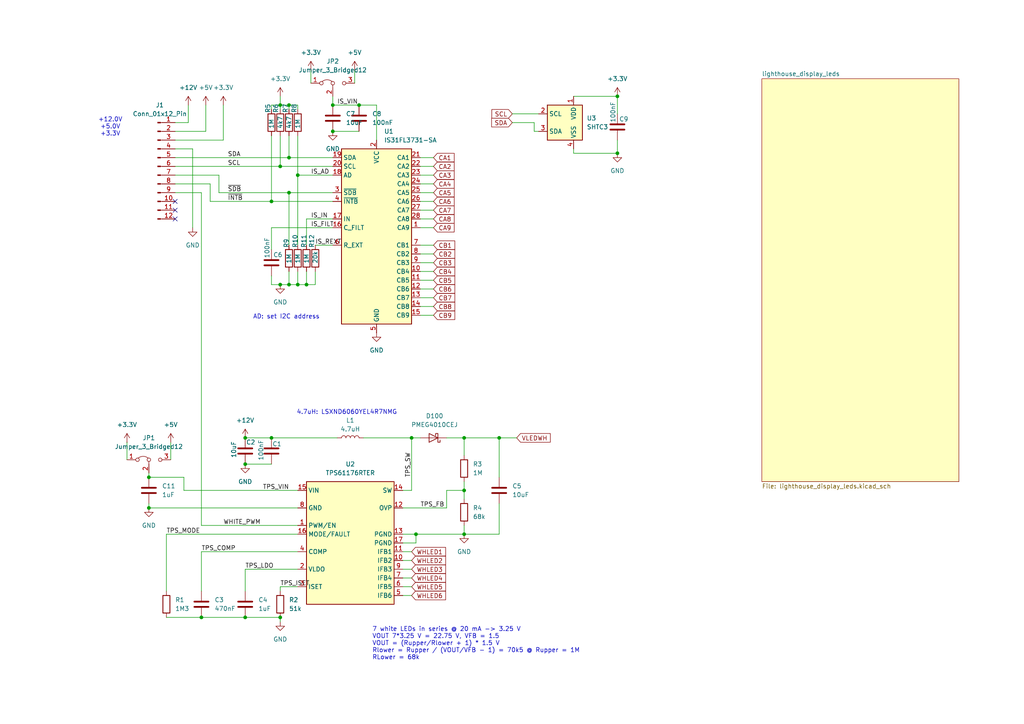
<source format=kicad_sch>
(kicad_sch (version 20231120) (generator "eeschema") (generator_version "8.0")
  (paper "A4")
  (lib_symbols
    (symbol "Connector:Conn_01x12_Pin" (pin_names (offset 1.016) hide)
      (property "Reference" "J" (at 0 15.24 0))
      (property "Value" "Conn_01x12_Pin" (at 0 -17.78 0))
      (symbol "Conn_01x12_Pin_1_1"
        (polyline (pts (xy 1.27 -15.24) (xy 0.8636 -15.24)) (stroke (width 0.1524)))
        (polyline (pts (xy 1.27 -12.7) (xy 0.8636 -12.7)) (stroke (width 0.1524)))
        (polyline (pts (xy 1.27 -10.16) (xy 0.8636 -10.16)) (stroke (width 0.1524)))
        (polyline (pts (xy 1.27 -7.62) (xy 0.8636 -7.62)) (stroke (width 0.1524)))
        (polyline (pts (xy 1.27 -5.08) (xy 0.8636 -5.08)) (stroke (width 0.1524)))
        (polyline (pts (xy 1.27 -2.54) (xy 0.8636 -2.54)) (stroke (width 0.1524)))
        (polyline (pts (xy 1.27 0) (xy 0.8636 0)) (stroke (width 0.1524)))
        (polyline (pts (xy 1.27 2.54) (xy 0.8636 2.54)) (stroke (width 0.1524)))
        (polyline (pts (xy 1.27 5.08) (xy 0.8636 5.08)) (stroke (width 0.1524)))
        (polyline (pts (xy 1.27 7.62) (xy 0.8636 7.62)) (stroke (width 0.1524)))
        (polyline (pts (xy 1.27 10.16) (xy 0.8636 10.16)) (stroke (width 0.1524)))
        (polyline (pts (xy 1.27 12.7) (xy 0.8636 12.7)) (stroke (width 0.1524)))
        (rectangle (start 0.8636 -15.113) (end 0 -15.367) (stroke (width 0.1524)) (fill (type outline)))
        (rectangle (start 0.8636 -12.573) (end 0 -12.827) (stroke (width 0.1524)) (fill (type outline)))
        (rectangle (start 0.8636 -10.033) (end 0 -10.287) (stroke (width 0.1524)) (fill (type outline)))
        (rectangle (start 0.8636 -7.493) (end 0 -7.747) (stroke (width 0.1524)) (fill (type outline)))
        (rectangle (start 0.8636 -4.953) (end 0 -5.207) (stroke (width 0.1524)) (fill (type outline)))
        (rectangle (start 0.8636 -2.413) (end 0 -2.667) (stroke (width 0.1524)) (fill (type outline)))
        (rectangle (start 0.8636 0.127) (end 0 -0.127) (stroke (width 0.1524)) (fill (type outline)))
        (rectangle (start 0.8636 2.667) (end 0 2.413) (stroke (width 0.1524)) (fill (type outline)))
        (rectangle (start 0.8636 5.207) (end 0 4.953) (stroke (width 0.1524)) (fill (type outline)))
        (rectangle (start 0.8636 7.747) (end 0 7.493) (stroke (width 0.1524)) (fill (type outline)))
        (rectangle (start 0.8636 10.287) (end 0 10.033) (stroke (width 0.1524)) (fill (type outline)))
        (rectangle (start 0.8636 12.827) (end 0 12.573) (stroke (width 0.1524)) (fill (type outline)))
        (pin passive line (at 5.08 12.7 180) (length 3.81) (name "Pin_1") (number "1"))
        (pin passive line (at 5.08 -10.16 180) (length 3.81) (name "Pin_10") (number "10"))
        (pin passive line (at 5.08 -12.7 180) (length 3.81) (name "Pin_11") (number "11"))
        (pin passive line (at 5.08 -15.24 180) (length 3.81) (name "Pin_12") (number "12"))
        (pin passive line (at 5.08 10.16 180) (length 3.81) (name "Pin_2") (number "2"))
        (pin passive line (at 5.08 7.62 180) (length 3.81) (name "Pin_3") (number "3"))
        (pin passive line (at 5.08 5.08 180) (length 3.81) (name "Pin_4") (number "4"))
        (pin passive line (at 5.08 2.54 180) (length 3.81) (name "Pin_5") (number "5"))
        (pin passive line (at 5.08 0 180) (length 3.81) (name "Pin_6") (number "6"))
        (pin passive line (at 5.08 -2.54 180) (length 3.81) (name "Pin_7") (number "7"))
        (pin passive line (at 5.08 -5.08 180) (length 3.81) (name "Pin_8") (number "8"))
        (pin passive line (at 5.08 -7.62 180) (length 3.81) (name "Pin_9") (number "9"))
      )
    )
    (symbol "Device:C" (pin_numbers hide) (pin_names (offset 0.254))
      (property "Reference" "C" (at 0.635 2.54 0))
      (property "Value" "C" (at 0.635 -2.54 0))
      (symbol "C_0_1"
        (polyline (pts (xy -2.032 -0.762) (xy 2.032 -0.762)) (stroke (width 0.508)))
        (polyline (pts (xy -2.032 0.762) (xy 2.032 0.762)) (stroke (width 0.508)))
      )
      (symbol "C_1_1"
        (pin passive line (at 0 3.81 270) (length 2.794) (name "~") (number "1"))
        (pin passive line (at 0 -3.81 90) (length 2.794) (name "~") (number "2"))
      )
    )
    (symbol "Device:L" (pin_numbers hide) (pin_names (offset 1.016) hide)
      (property "Reference" "L" (at -1.27 0 90))
      (property "Value" "L" (at 1.905 0 90))
      (symbol "L_0_1"
        (arc (start 0 -2.54) (mid 0.6323 -1.905) (end 0 -1.27))
        (arc (start 0 -1.27) (mid 0.6323 -0.635) (end 0 0))
        (arc (start 0 0) (mid 0.6323 0.635) (end 0 1.27))
        (arc (start 0 1.27) (mid 0.6323 1.905) (end 0 2.54))
      )
      (symbol "L_1_1"
        (pin passive line (at 0 3.81 270) (length 1.27) (name "1") (number "1"))
        (pin passive line (at 0 -3.81 90) (length 1.27) (name "2") (number "2"))
      )
    )
    (symbol "Device:R" (pin_numbers hide) (pin_names (offset 0))
      (property "Reference" "R" (at 2.032 0 90))
      (property "Value" "R" (at 0 0 90))
      (symbol "R_0_1"
        (rectangle (start -1.016 -2.54) (end 1.016 2.54) (stroke (width 0.254)))
      )
      (symbol "R_1_1"
        (pin passive line (at 0 3.81 270) (length 1.27) (name "~") (number "1"))
        (pin passive line (at 0 -3.81 90) (length 1.27) (name "~") (number "2"))
      )
    )
    (symbol "Diode:PMEG4010CEJ" (pin_numbers hide) (pin_names hide)
      (property "Reference" "D" (at 0 2.54 0))
      (property "Value" "PMEG4010CEJ" (at 0 -2.54 0))
      (symbol "PMEG4010CEJ_0_1"
        (polyline (pts (xy 1.27 0) (xy -1.27 0)))
        (polyline (pts (xy 1.27 1.27) (xy 1.27 -1.27) (xy -1.27 0) (xy 1.27 1.27)) (stroke (width 0.2032)))
        (polyline (pts (xy -1.905 0.635) (xy -1.905 1.27) (xy -1.27 1.27) (xy -1.27 -1.27) (xy -0.635 -1.27) (xy -0.635 -0.635)) (stroke (width 0.2032)))
      )
      (symbol "PMEG4010CEJ_1_1"
        (pin passive line (at -3.81 0 0) (length 2.54) (name "K") (number "1"))
        (pin passive line (at 3.81 0 180) (length 2.54) (name "A") (number "2"))
      )
    )
    (symbol "Driver_LED:IS31FL3731-SA"
      (property "Reference" "U" (at -10.16 26.035 0))
      (property "Value" "IS31FL3731-SA" (at 2.54 -26.035 0))
      (symbol "IS31FL3731-SA_0_1"
        (rectangle (start -10.16 25.4) (end 10.16 -25.4) (stroke (width 0.254)) (fill (type background)))
      )
      (symbol "IS31FL3731-SA_1_1"
        (pin bidirectional line (at 12.7 2.54 180) (length 2.54) (name "CA9") (number "1"))
        (pin bidirectional line (at 12.7 -10.16 180) (length 2.54) (name "CB4") (number "10"))
        (pin bidirectional line (at 12.7 -12.7 180) (length 2.54) (name "CB5") (number "11"))
        (pin bidirectional line (at 12.7 -15.24 180) (length 2.54) (name "CB6") (number "12"))
        (pin bidirectional line (at 12.7 -17.78 180) (length 2.54) (name "CB7") (number "13"))
        (pin bidirectional line (at 12.7 -20.32 180) (length 2.54) (name "CB8") (number "14"))
        (pin bidirectional line (at 12.7 -22.86 180) (length 2.54) (name "CB9") (number "15"))
        (pin passive line (at -12.7 2.54 0) (length 2.54) (name "C_FILT") (number "16"))
        (pin input line (at -12.7 5.08 0) (length 2.54) (name "IN") (number "17"))
        (pin input line (at -12.7 17.78 0) (length 2.54) (name "AD") (number "18"))
        (pin bidirectional line (at -12.7 22.86 0) (length 2.54) (name "SDA") (number "19"))
        (pin power_in line (at 0 27.94 270) (length 2.54) (name "VCC") (number "2"))
        (pin input line (at -12.7 20.32 0) (length 2.54) (name "SCL") (number "20"))
        (pin bidirectional line (at 12.7 22.86 180) (length 2.54) (name "CA1") (number "21"))
        (pin bidirectional line (at 12.7 20.32 180) (length 2.54) (name "CA2") (number "22"))
        (pin bidirectional line (at 12.7 17.78 180) (length 2.54) (name "CA3") (number "23"))
        (pin bidirectional line (at 12.7 15.24 180) (length 2.54) (name "CA4") (number "24"))
        (pin bidirectional line (at 12.7 12.7 180) (length 2.54) (name "CA5") (number "25"))
        (pin bidirectional line (at 12.7 10.16 180) (length 2.54) (name "CA6") (number "26"))
        (pin bidirectional line (at 12.7 7.62 180) (length 2.54) (name "CA7") (number "27"))
        (pin bidirectional line (at 12.7 5.08 180) (length 2.54) (name "CA8") (number "28"))
        (pin input line (at -12.7 12.7 0) (length 2.54) (name "~{SDB}") (number "3"))
        (pin open_collector line (at -12.7 10.16 0) (length 2.54) (name "~{INTB}") (number "4"))
        (pin power_in line (at 0 -27.94 90) (length 2.54) (name "GND") (number "5"))
        (pin passive line (at -12.7 -2.54 0) (length 2.54) (name "R_EXT") (number "6"))
        (pin bidirectional line (at 12.7 -2.54 180) (length 2.54) (name "CB1") (number "7"))
        (pin bidirectional line (at 12.7 -5.08 180) (length 2.54) (name "CB2") (number "8"))
        (pin bidirectional line (at 12.7 -7.62 180) (length 2.54) (name "CB3") (number "9"))
      )
    )
    (symbol "Jumper:Jumper_3_Bridged12" (pin_names (offset 0) hide) (exclude_from_sim yes) (in_bom no)
      (property "Reference" "JP" (at -2.54 -2.54 0))
      (property "Value" "Jumper_3_Bridged12" (at 0 2.794 0))
      (symbol "Jumper_3_Bridged12_0_0"
        (circle (center -3.302 0) (radius 0.508))
        (circle (center 0 0) (radius 0.508))
        (circle (center 3.302 0) (radius 0.508))
      )
      (symbol "Jumper_3_Bridged12_0_1"
        (arc (start -0.254 0.508) (mid -1.651 0.9912) (end -3.048 0.508))
        (polyline (pts (xy 0 -1.27) (xy 0 -0.508)))
      )
      (symbol "Jumper_3_Bridged12_1_1"
        (pin passive line (at -6.35 0 0) (length 2.54) (name "A") (number "1"))
        (pin passive line (at 0 -3.81 90) (length 2.54) (name "C") (number "2"))
        (pin passive line (at 6.35 0 180) (length 2.54) (name "B") (number "3"))
      )
    )
    (symbol "Sensor_Humidity:SHTC3"
      (property "Reference" "U" (at -3.81 6.35 0))
      (property "Value" "SHTC3" (at -2.54 -6.35 0))
      (symbol "SHTC3_1_1"
        (rectangle (start -5.08 5.08) (end 5.08 -5.08) (stroke (width 0.254)) (fill (type background)))
        (pin power_in line (at 2.54 7.62 270) (length 2.54) (name "VDD") (number "1"))
        (pin input line (at -7.62 2.54 0) (length 2.54) (name "SCL") (number "2"))
        (pin bidirectional line (at -7.62 -2.54 0) (length 2.54) (name "SDA") (number "3"))
        (pin power_in line (at 2.54 -7.62 90) (length 2.54) (name "VSS") (number "4"))
        (pin no_connect line (at 5.08 0 180) (length 2.54) hide (name "NC") (number "5"))
      )
    )
    (symbol "lighthouse:TPS61176RTER"
      (property "Reference" "U" (at 0 17.78 0))
      (property "Value" "TPS61176RTER" (at 0 -22.86 0))
      (symbol "TPS61176RTER_1_1"
        (rectangle (start -12.7 15.24) (end 12.7 -20.32) (stroke (width 0.254) (color 132 0 0 1)) (fill (type background)))
        (pin input line (at -15.24 2.54 0) (length 2.54) (name "PWM/EN") (number "1"))
        (pin input line (at 15.24 -7.62 180) (length 2.54) (name "IFB2") (number "10"))
        (pin input line (at 15.24 -5.08 180) (length 2.54) (name "IFB1") (number "11"))
        (pin input line (at 15.24 7.62 180) (length 2.54) (name "OVP") (number "12"))
        (pin input line (at 15.24 0 180) (length 2.54) (name "PGND") (number "13"))
        (pin input line (at 15.24 12.7 180) (length 2.54) (name "SW") (number "14"))
        (pin input line (at -15.24 12.7 0) (length 2.54) (name "VIN") (number "15"))
        (pin input line (at -15.24 0 0) (length 2.54) (name "MODE/FAULT") (number "16"))
        (pin input line (at 15.24 -2.54 180) (length 2.54) (name "PGND") (number "17"))
        (pin input line (at -15.24 -10.16 0) (length 2.54) (name "VLDO") (number "2"))
        (pin input line (at -15.24 -15.24 0) (length 2.54) (name "ISET") (number "3"))
        (pin input line (at -15.24 -5.08 0) (length 2.54) (name "COMP") (number "4"))
        (pin input line (at 15.24 -17.78 180) (length 2.54) (name "IFB6") (number "5"))
        (pin input line (at 15.24 -15.24 180) (length 2.54) (name "IFB5") (number "6"))
        (pin input line (at 15.24 -12.7 180) (length 2.54) (name "IFB4") (number "7"))
        (pin input line (at -15.24 7.62 0) (length 2.54) (name "GND") (number "8"))
        (pin input line (at 15.24 -10.16 180) (length 2.54) (name "IFB3") (number "9"))
      )
    )
    (symbol "power:+12V" (power) (pin_numbers hide) (pin_names (offset 0) hide)
      (property "Value" "+12V" (at 0 3.556 0))
      (symbol "+12V_0_1"
        (polyline (pts (xy -0.762 1.27) (xy 0 2.54)))
        (polyline (pts (xy 0 0) (xy 0 2.54)))
        (polyline (pts (xy 0 2.54) (xy 0.762 1.27)))
      )
      (symbol "+12V_1_1"
        (pin power_in line (at 0 0 90) (length 0) (name "~") (number "1"))
      )
    )
    (symbol "power:+3.3V" (power) (pin_numbers hide) (pin_names (offset 0) hide)
      (property "Value" "+3.3V" (at 0 3.556 0))
      (symbol "+3.3V_0_1"
        (polyline (pts (xy -0.762 1.27) (xy 0 2.54)))
        (polyline (pts (xy 0 0) (xy 0 2.54)))
        (polyline (pts (xy 0 2.54) (xy 0.762 1.27)))
      )
      (symbol "+3.3V_1_1"
        (pin power_in line (at 0 0 90) (length 0) (name "~") (number "1"))
      )
    )
    (symbol "power:+5V" (power) (pin_numbers hide) (pin_names (offset 0) hide)
      (property "Value" "+5V" (at 0 3.556 0))
      (symbol "+5V_0_1"
        (polyline (pts (xy -0.762 1.27) (xy 0 2.54)))
        (polyline (pts (xy 0 0) (xy 0 2.54)))
        (polyline (pts (xy 0 2.54) (xy 0.762 1.27)))
      )
      (symbol "+5V_1_1"
        (pin power_in line (at 0 0 90) (length 0) (name "~") (number "1"))
      )
    )
    (symbol "power:GND" (power) (pin_numbers hide) (pin_names (offset 0) hide)
      (property "Value" "GND" (at 0 -3.81 0))
      (symbol "GND_0_1"
        (polyline (pts (xy 0 0) (xy 0 -1.27) (xy 1.27 -1.27) (xy 0 -2.54) (xy -1.27 -1.27) (xy 0 -1.27)))
      )
      (symbol "GND_1_1"
        (pin power_in line (at 0 0 270) (length 0) (name "~") (number "1"))
      )
    )
  )
  (junction (at 43.18 138.43))
  (junction (at 71.12 134.62))
  (junction (at 88.9 82.55))
  (junction (at 134.62 127))
  (junction (at 120.65 154.94))
  (junction (at 78.74 127))
  (junction (at 119.38 127))
  (junction (at 81.28 48.26))
  (junction (at 71.12 179.07))
  (junction (at 86.36 50.8))
  (junction (at 81.28 30.48))
  (junction (at 81.28 179.07))
  (junction (at 96.52 30.48))
  (junction (at 83.82 82.55))
  (junction (at 179.07 44.45))
  (junction (at 179.07 27.94))
  (junction (at 81.28 82.55))
  (junction (at 134.62 142.24))
  (junction (at 144.78 127))
  (junction (at 83.82 55.88))
  (junction (at 104.14 30.48))
  (junction (at 134.62 154.94))
  (junction (at 43.18 147.32))
  (junction (at 83.82 30.48))
  (junction (at 58.42 179.07))
  (junction (at 86.36 82.55))
  (junction (at 83.82 45.72))
  (junction (at 71.12 127))
  (junction (at 78.74 58.42))
  (junction (at 96.52 38.1))
  (no_connect (at 50.8 60.96))
  (no_connect (at 50.8 63.5))
  (no_connect (at 50.8 58.42))
  (wire (pts (xy 166.37 27.94) (xy 179.07 27.94)))
  (wire (pts (xy 116.84 157.48) (xy 120.65 157.48)))
  (wire (pts (xy 86.36 50.8) (xy 96.52 50.8)))
  (wire (pts (xy 71.12 179.07) (xy 81.28 179.07)))
  (wire (pts (xy 86.36 170.18) (xy 81.28 170.18)))
  (wire (pts (xy 78.74 66.04) (xy 96.52 66.04)))
  (wire (pts (xy 71.12 127) (xy 78.74 127)))
  (wire (pts (xy 83.82 45.72) (xy 83.82 39.37)))
  (wire (pts (xy 91.44 71.12) (xy 96.52 71.12)))
  (wire (pts (xy 121.92 86.36) (xy 125.73 86.36)))
  (wire (pts (xy 109.22 40.64) (xy 109.22 30.48)))
  (wire (pts (xy 58.42 160.02) (xy 58.42 171.45)))
  (wire (pts (xy 134.62 127) (xy 134.62 132.08)))
  (wire (pts (xy 78.74 127) (xy 97.79 127)))
  (wire (pts (xy 96.52 38.1) (xy 104.14 38.1)))
  (wire (pts (xy 81.28 30.48) (xy 81.28 31.75)))
  (wire (pts (xy 121.92 76.2) (xy 125.73 76.2)))
  (wire (pts (xy 81.28 27.94) (xy 81.28 30.48)))
  (wire (pts (xy 116.84 142.24) (xy 119.38 142.24)))
  (wire (pts (xy 43.18 147.32) (xy 86.36 147.32)))
  (wire (pts (xy 121.92 88.9) (xy 125.73 88.9)))
  (wire (pts (xy 144.78 146.05) (xy 144.78 154.94)))
  (wire (pts (xy 116.84 167.64) (xy 119.38 167.64)))
  (wire (pts (xy 88.9 82.55) (xy 91.44 82.55)))
  (wire (pts (xy 50.8 38.1) (xy 59.69 38.1)))
  (wire (pts (xy 71.12 165.1) (xy 71.12 171.45)))
  (wire (pts (xy 63.5 50.8) (xy 50.8 50.8)))
  (wire (pts (xy 144.78 127) (xy 149.86 127)))
  (wire (pts (xy 81.28 39.37) (xy 81.28 48.26)))
  (wire (pts (xy 116.84 154.94) (xy 120.65 154.94)))
  (wire (pts (xy 91.44 78.74) (xy 91.44 82.55)))
  (wire (pts (xy 179.07 27.94) (xy 179.07 33.02)))
  (wire (pts (xy 63.5 55.88) (xy 83.82 55.88)))
  (wire (pts (xy 116.84 165.1) (xy 119.38 165.1)))
  (wire (pts (xy 121.92 60.96) (xy 125.73 60.96)))
  (wire (pts (xy 134.62 152.4) (xy 134.62 154.94)))
  (wire (pts (xy 83.82 55.88) (xy 96.52 55.88)))
  (wire (pts (xy 86.36 39.37) (xy 86.36 50.8)))
  (wire (pts (xy 86.36 160.02) (xy 58.42 160.02)))
  (wire (pts (xy 50.8 35.56) (xy 54.61 35.56)))
  (wire (pts (xy 81.28 170.18) (xy 81.28 171.45)))
  (wire (pts (xy 78.74 30.48) (xy 81.28 30.48)))
  (wire (pts (xy 120.65 154.94) (xy 134.62 154.94)))
  (wire (pts (xy 58.42 179.07) (xy 71.12 179.07)))
  (wire (pts (xy 134.62 142.24) (xy 134.62 139.7)))
  (wire (pts (xy 60.96 58.42) (xy 78.74 58.42)))
  (wire (pts (xy 96.52 30.48) (xy 104.14 30.48)))
  (wire (pts (xy 121.92 55.88) (xy 125.73 55.88)))
  (wire (pts (xy 53.34 138.43) (xy 43.18 138.43)))
  (wire (pts (xy 58.42 55.88) (xy 50.8 55.88)))
  (wire (pts (xy 96.52 63.5) (xy 88.9 63.5)))
  (wire (pts (xy 64.77 30.48) (xy 64.77 40.64)))
  (wire (pts (xy 116.84 172.72) (xy 119.38 172.72)))
  (wire (pts (xy 116.84 160.02) (xy 119.38 160.02)))
  (wire (pts (xy 83.82 30.48) (xy 83.82 31.75)))
  (wire (pts (xy 78.74 80.01) (xy 78.74 82.55)))
  (wire (pts (xy 148.59 35.56) (xy 154.94 35.56)))
  (wire (pts (xy 134.62 154.94) (xy 144.78 154.94)))
  (wire (pts (xy 83.82 82.55) (xy 86.36 82.55)))
  (wire (pts (xy 53.34 142.24) (xy 53.34 138.43)))
  (wire (pts (xy 90.17 20.32) (xy 90.17 24.13)))
  (wire (pts (xy 50.8 48.26) (xy 81.28 48.26)))
  (wire (pts (xy 129.54 147.32) (xy 129.54 142.24)))
  (wire (pts (xy 81.28 82.55) (xy 83.82 82.55)))
  (wire (pts (xy 71.12 134.62) (xy 78.74 134.62)))
  (wire (pts (xy 121.92 48.26) (xy 125.73 48.26)))
  (wire (pts (xy 53.34 142.24) (xy 86.36 142.24)))
  (wire (pts (xy 86.36 31.75) (xy 86.36 30.48)))
  (wire (pts (xy 144.78 138.43) (xy 144.78 127)))
  (wire (pts (xy 63.5 55.88) (xy 63.5 50.8)))
  (wire (pts (xy 59.69 38.1) (xy 59.69 30.48)))
  (wire (pts (xy 58.42 152.4) (xy 58.42 55.88)))
  (wire (pts (xy 129.54 142.24) (xy 134.62 142.24)))
  (wire (pts (xy 121.92 53.34) (xy 125.73 53.34)))
  (wire (pts (xy 54.61 30.48) (xy 54.61 35.56)))
  (wire (pts (xy 86.36 50.8) (xy 86.36 71.12)))
  (wire (pts (xy 48.26 154.94) (xy 48.26 171.45)))
  (wire (pts (xy 121.92 63.5) (xy 125.73 63.5)))
  (wire (pts (xy 121.92 71.12) (xy 125.73 71.12)))
  (wire (pts (xy 78.74 39.37) (xy 78.74 58.42)))
  (wire (pts (xy 43.18 146.05) (xy 43.18 147.32)))
  (wire (pts (xy 50.8 45.72) (xy 83.82 45.72)))
  (wire (pts (xy 179.07 40.64) (xy 179.07 44.45)))
  (wire (pts (xy 48.26 179.07) (xy 58.42 179.07)))
  (wire (pts (xy 129.54 127) (xy 134.62 127)))
  (wire (pts (xy 179.07 44.45) (xy 166.37 44.45)))
  (wire (pts (xy 116.84 170.18) (xy 119.38 170.18)))
  (wire (pts (xy 121.92 73.66) (xy 125.73 73.66)))
  (wire (pts (xy 121.92 58.42) (xy 125.73 58.42)))
  (wire (pts (xy 119.38 127) (xy 121.92 127)))
  (wire (pts (xy 120.65 154.94) (xy 120.65 157.48)))
  (wire (pts (xy 78.74 58.42) (xy 96.52 58.42)))
  (wire (pts (xy 83.82 45.72) (xy 96.52 45.72)))
  (wire (pts (xy 96.52 48.26) (xy 81.28 48.26)))
  (wire (pts (xy 78.74 82.55) (xy 81.28 82.55)))
  (wire (pts (xy 81.28 30.48) (xy 83.82 30.48)))
  (wire (pts (xy 116.84 147.32) (xy 129.54 147.32)))
  (wire (pts (xy 60.96 53.34) (xy 60.96 58.42)))
  (wire (pts (xy 156.21 33.02) (xy 148.59 33.02)))
  (wire (pts (xy 50.8 53.34) (xy 60.96 53.34)))
  (wire (pts (xy 88.9 78.74) (xy 88.9 82.55)))
  (wire (pts (xy 55.88 43.18) (xy 55.88 66.04)))
  (wire (pts (xy 121.92 45.72) (xy 125.73 45.72)))
  (wire (pts (xy 109.22 30.48) (xy 104.14 30.48)))
  (wire (pts (xy 144.78 127) (xy 134.62 127)))
  (wire (pts (xy 58.42 152.4) (xy 86.36 152.4)))
  (wire (pts (xy 49.53 128.27) (xy 49.53 133.35)))
  (wire (pts (xy 102.87 20.32) (xy 102.87 24.13)))
  (wire (pts (xy 96.52 27.94) (xy 96.52 30.48)))
  (wire (pts (xy 36.83 128.27) (xy 36.83 133.35)))
  (wire (pts (xy 121.92 83.82) (xy 125.73 83.82)))
  (wire (pts (xy 88.9 63.5) (xy 88.9 71.12)))
  (wire (pts (xy 86.36 154.94) (xy 48.26 154.94)))
  (wire (pts (xy 121.92 66.04) (xy 125.73 66.04)))
  (wire (pts (xy 121.92 81.28) (xy 125.73 81.28)))
  (wire (pts (xy 81.28 179.07) (xy 81.28 180.34)))
  (wire (pts (xy 83.82 55.88) (xy 83.82 71.12)))
  (wire (pts (xy 50.8 43.18) (xy 55.88 43.18)))
  (wire (pts (xy 83.82 30.48) (xy 86.36 30.48)))
  (wire (pts (xy 78.74 31.75) (xy 78.74 30.48)))
  (wire (pts (xy 86.36 165.1) (xy 71.12 165.1)))
  (wire (pts (xy 43.18 137.16) (xy 43.18 138.43)))
  (wire (pts (xy 154.94 38.1) (xy 156.21 38.1)))
  (wire (pts (xy 125.73 91.44) (xy 121.92 91.44)))
  (wire (pts (xy 119.38 127) (xy 119.38 142.24)))
  (wire (pts (xy 116.84 162.56) (xy 119.38 162.56)))
  (wire (pts (xy 86.36 82.55) (xy 88.9 82.55)))
  (wire (pts (xy 134.62 144.78) (xy 134.62 142.24)))
  (wire (pts (xy 78.74 72.39) (xy 78.74 66.04)))
  (wire (pts (xy 121.92 50.8) (xy 125.73 50.8)))
  (wire (pts (xy 154.94 35.56) (xy 154.94 38.1)))
  (wire (pts (xy 86.36 78.74) (xy 86.36 82.55)))
  (wire (pts (xy 83.82 78.74) (xy 83.82 82.55)))
  (wire (pts (xy 121.92 78.74) (xy 125.73 78.74)))
  (wire (pts (xy 64.77 40.64) (xy 50.8 40.64)))
  (wire (pts (xy 105.41 127) (xy 119.38 127)))
  (wire (pts (xy 166.37 44.45) (xy 166.37 43.18)))
  (text "AD: set I2C address" (at 83.058 91.948 0) (effects (font (size 1.27 1.27))))
  (text "4.7uH: LSXND6060YEL4R7NMG " (at 101.092 119.634 0) (effects (font (size 1.27 1.27))))
  (text "7 white LEDs in series @ 20 mA -> 3.25 V\nVOUT 7*3.25 V = 22.75 V, VFB = 1.5\nVOUT = (Rupper/Rlower + 1) * 1.5 V\nRlower = Rupper / (VOUT/VFB - 1) = 70k5 @ Rupper = 1M\nRLower = 68k" (at 107.95 186.69 0) (effects (font (size 1.27 1.27)) (justify left)))
  (text "+12.0V\n+5.0V\n+3.3V" (at 32.004 36.83 0) (effects (font (size 1.27 1.27))))
  (label "IS_REXT" (at 91.44 71.12 0))
  (label "IS_FILT" (at 90.17 66.04 0))
  (label "SDA" (at 66.04 45.72 0))
  (label "TPS_SW" (at 119.38 138.43 90))
  (label "IS_IN" (at 90.17 63.5 0))
  (label "TPS_LDO" (at 71.12 165.1 0))
  (label "TPS_VIN" (at 76.2 142.24 0))
  (label "SCL" (at 66.04 48.26 0))
  (label "TPS_COMP" (at 58.42 160.02 0))
  (label "TPS_ISET" (at 81.28 170.18 0))
  (label "TPS_MODE" (at 48.26 154.94 0))
  (label "~{SDB}" (at 66.04 55.88 0))
  (label "WHITE_PWM" (at 64.77 152.4 0))
  (label "IS_VIN" (at 97.79 30.48 0))
  (label "~{INTB}" (at 66.04 58.42 0))
  (label "IS_AD" (at 90.17 50.8 0))
  (label "TPS_FB" (at 121.92 147.32 0))
  (global_label "WHLED2" (shape input) (at 119.38 162.56 0) (property "Intersheetrefs" "${INTERSHEET_REFS}" (effects (hide yes))))
  (global_label "CA9" (shape input) (at 125.73 66.04 0) (property "Intersheetrefs" "${INTERSHEET_REFS}" (effects (hide yes))))
  (global_label "CB1" (shape input) (at 125.73 71.12 0) (property "Intersheetrefs" "${INTERSHEET_REFS}" (effects (hide yes))))
  (global_label "CA7" (shape input) (at 125.73 60.96 0) (property "Intersheetrefs" "${INTERSHEET_REFS}" (effects (hide yes))))
  (global_label "CB7" (shape input) (at 125.73 86.36 0) (property "Intersheetrefs" "${INTERSHEET_REFS}" (effects (hide yes))))
  (global_label "CA4" (shape input) (at 125.73 53.34 0) (property "Intersheetrefs" "${INTERSHEET_REFS}" (effects (hide yes))))
  (global_label "CB5" (shape input) (at 125.73 81.28 0) (property "Intersheetrefs" "${INTERSHEET_REFS}" (effects (hide yes))))
  (global_label "CA1" (shape input) (at 125.73 45.72 0) (property "Intersheetrefs" "${INTERSHEET_REFS}" (effects (hide yes))))
  (global_label "WHLED5" (shape input) (at 119.38 170.18 0) (property "Intersheetrefs" "${INTERSHEET_REFS}" (effects (hide yes))))
  (global_label "CB6" (shape input) (at 125.73 83.82 0) (property "Intersheetrefs" "${INTERSHEET_REFS}" (effects (hide yes))))
  (global_label "CB3" (shape input) (at 125.73 76.2 0) (property "Intersheetrefs" "${INTERSHEET_REFS}" (effects (hide yes))))
  (global_label "VLEDWH" (shape input) (at 149.86 127 0) (property "Intersheetrefs" "${INTERSHEET_REFS}" (effects (hide yes))))
  (global_label "CA8" (shape input) (at 125.73 63.5 0) (property "Intersheetrefs" "${INTERSHEET_REFS}" (effects (hide yes))))
  (global_label "CA2" (shape input) (at 125.73 48.26 0) (property "Intersheetrefs" "${INTERSHEET_REFS}" (effects (hide yes))))
  (global_label "WHLED3" (shape input) (at 119.38 165.1 0) (property "Intersheetrefs" "${INTERSHEET_REFS}" (effects (hide yes))))
  (global_label "WHLED1" (shape input) (at 119.38 160.02 0) (property "Intersheetrefs" "${INTERSHEET_REFS}" (effects (hide yes))))
  (global_label "SCL" (shape input) (at 148.59 33.02 180) (property "Intersheetrefs" "${INTERSHEET_REFS}" (effects (hide yes))))
  (global_label "CB2" (shape input) (at 125.73 73.66 0) (property "Intersheetrefs" "${INTERSHEET_REFS}" (effects (hide yes))))
  (global_label "CA5" (shape input) (at 125.73 55.88 0) (property "Intersheetrefs" "${INTERSHEET_REFS}" (effects (hide yes))))
  (global_label "CA6" (shape input) (at 125.73 58.42 0) (property "Intersheetrefs" "${INTERSHEET_REFS}" (effects (hide yes))))
  (global_label "CB9" (shape input) (at 125.73 91.44 0) (property "Intersheetrefs" "${INTERSHEET_REFS}" (effects (hide yes))))
  (global_label "CB4" (shape input) (at 125.73 78.74 0) (property "Intersheetrefs" "${INTERSHEET_REFS}" (effects (hide yes))))
  (global_label "WHLED6" (shape input) (at 119.38 172.72 0) (property "Intersheetrefs" "${INTERSHEET_REFS}" (effects (hide yes))))
  (global_label "SDA" (shape input) (at 148.59 35.56 180) (property "Intersheetrefs" "${INTERSHEET_REFS}" (effects (hide yes))))
  (global_label "WHLED4" (shape input) (at 119.38 167.64 0) (property "Intersheetrefs" "${INTERSHEET_REFS}" (effects (hide yes))))
  (global_label "CB8" (shape input) (at 125.73 88.9 0) (property "Intersheetrefs" "${INTERSHEET_REFS}" (effects (hide yes))))
  (global_label "CA3" (shape input) (at 125.73 50.8 0) (property "Intersheetrefs" "${INTERSHEET_REFS}" (effects (hide yes))))
  (symbol (lib_id "Device:R") (at 78.74 35.56 180) (unit 1)
    (property "Reference" "R5" (at 77.724 32.766 90) (effects (justify right)))
    (property "Value" "1M" (at 78.74 37.338 90) (effects (justify right)))
    (property "Footprint" "Resistor_SMD:R_0603_1608Metric_Pad0.98x0.95mm_HandSolder" (effects (hide yes)))
    (property "Description" "Resistor" (effects (hide yes)))
  )
  (symbol (lib_id "lighthouse:TPS61176RTER") (at 101.6 154.94 0) (unit 1)
    (property "Reference" "U2" (at 101.6 134.62 0))
    (property "Value" "TPS61176RTER" (at 101.6 137.16 0))
    (property "Footprint" "Package_DFN_QFN:Texas_RTE0016D_WQFN-16-1EP_3x3mm_P0.5mm_EP0.8x0.8mm" (effects (hide yes)))
  )
  (symbol (lib_id "power:GND") (at 109.22 96.52 0) (unit 1)
    (property "Reference" "#PWR05" (effects (hide yes)))
    (property "Value" "GND" (at 109.22 101.6 0))
    (property "Description" "Power symbol creates a global label with name \"GND\" , ground" (effects (hide yes)))
  )
  (symbol (lib_id "power:+3.3V") (at 64.77 30.48 0) (unit 1)
    (property "Reference" "#PWR011" (effects (hide yes)))
    (property "Value" "+3.3V" (at 64.77 25.4 0))
    (property "Description" "Power symbol creates a global label with name \"+3.3V\"" (effects (hide yes)))
  )
  (symbol (lib_id "Device:R") (at 81.28 35.56 180) (unit 1)
    (property "Reference" "R6" (at 80.01 32.766 90) (effects (justify right)))
    (property "Value" "4k7" (at 81.28 37.338 90) (effects (justify right)))
    (property "Footprint" "Resistor_SMD:R_0603_1608Metric_Pad0.98x0.95mm_HandSolder" (effects (hide yes)))
    (property "Description" "Resistor" (effects (hide yes)))
  )
  (symbol (lib_id "Device:R") (at 86.36 35.56 180) (unit 1)
    (property "Reference" "R8" (at 85.344 32.766 90) (effects (justify right)))
    (property "Value" "1M" (at 86.36 37.338 90) (effects (justify right)))
    (property "Footprint" "Resistor_SMD:R_0603_1608Metric_Pad0.98x0.95mm_HandSolder" (effects (hide yes)))
    (property "Description" "Resistor" (effects (hide yes)))
  )
  (symbol (lib_id "Device:C") (at 43.18 142.24 0) (unit 1)
    (property "Reference" "C11" (at 46.99 140.9699 0) (effects (justify left)))
    (property "Value" "1uF" (at 46.99 143.5099 0) (effects (justify left)))
    (property "Footprint" "Capacitor_SMD:C_0805_2012Metric_Pad1.18x1.45mm_HandSolder" (effects (hide yes)))
    (property "Description" "Unpolarized capacitor" (effects (hide yes)))
  )
  (symbol (lib_id "Device:C") (at 58.42 175.26 0) (unit 1)
    (property "Reference" "C3" (at 62.23 173.9899 0) (effects (justify left)))
    (property "Value" "470nF" (at 62.23 176.5299 0) (effects (justify left)))
    (property "Footprint" "Capacitor_SMD:C_0603_1608Metric_Pad1.08x0.95mm_HandSolder" (effects (hide yes)))
    (property "Description" "Unpolarized capacitor" (effects (hide yes)))
  )
  (symbol (lib_id "Connector:Conn_01x12_Pin") (at 45.72 48.26 0) (unit 1)
    (property "Reference" "J1" (at 46.355 30.48 0))
    (property "Value" "Conn_01x12_Pin" (at 46.355 33.02 0))
    (property "Footprint" "lighthouse:con_1x12_1.27mm_long_pads" (effects (hide yes)))
    (property "Description" "Generic connector, single row, 01x12, script generated" (effects (hide yes)))
  )
  (symbol (lib_id "power:+12V") (at 71.12 127 0) (unit 1)
    (property "Reference" "#PWR08" (effects (hide yes)))
    (property "Value" "+12V" (at 71.12 121.92 0))
    (property "Description" "Power symbol creates a global label with name \"+12V\"" (effects (hide yes)))
  )
  (symbol (lib_id "Device:C") (at 96.52 34.29 0) (unit 1)
    (property "Reference" "C7" (at 100.33 33.0199 0) (effects (justify left)))
    (property "Value" "10uF" (at 100.33 35.5599 0) (effects (justify left)))
    (property "Footprint" "Capacitor_SMD:C_0805_2012Metric_Pad1.18x1.45mm_HandSolder" (effects (hide yes)))
    (property "Description" "Unpolarized capacitor" (effects (hide yes)))
  )
  (symbol (lib_id "Device:C") (at 71.12 175.26 0) (unit 1)
    (property "Reference" "C4" (at 74.93 173.9899 0) (effects (justify left)))
    (property "Value" "1uF" (at 74.93 176.5299 0) (effects (justify left)))
    (property "Footprint" "Capacitor_SMD:C_0805_2012Metric_Pad1.18x1.45mm_HandSolder" (effects (hide yes)))
    (property "Description" "Unpolarized capacitor" (effects (hide yes)))
  )
  (symbol (lib_id "Device:R") (at 86.36 74.93 180) (unit 1)
    (property "Reference" "R10" (at 85.598 71.882 90) (effects (justify right)))
    (property "Value" "1M" (at 86.36 76.454 90) (effects (justify right)))
    (property "Footprint" "Resistor_SMD:R_0603_1608Metric_Pad0.98x0.95mm_HandSolder" (effects (hide yes)))
    (property "Description" "Resistor" (effects (hide yes)))
  )
  (symbol (lib_id "Device:R") (at 91.44 74.93 180) (unit 1)
    (property "Reference" "R12" (at 90.424 71.882 90) (effects (justify right)))
    (property "Value" "20k" (at 91.44 76.454 90) (effects (justify right)))
    (property "Footprint" "Resistor_SMD:R_0603_1608Metric_Pad0.98x0.95mm_HandSolder" (effects (hide yes)))
    (property "Description" "Resistor" (effects (hide yes)))
  )
  (symbol (lib_id "Device:C") (at 179.07 36.83 0) (unit 1)
    (property "Reference" "C9" (at 179.578 34.544 0) (effects (justify left)))
    (property "Value" "100nF" (at 177.8 35.56 90) (effects (justify left)))
    (property "Footprint" "Capacitor_SMD:C_0603_1608Metric_Pad1.08x0.95mm_HandSolder" (effects (hide yes)))
    (property "Description" "Unpolarized capacitor" (effects (hide yes)))
  )
  (symbol (lib_id "Device:C") (at 78.74 130.81 0) (unit 1)
    (property "Reference" "C1" (at 78.994 128.778 0) (effects (justify left)))
    (property "Value" "100nF" (at 75.692 133.604 90) (effects (justify left)))
    (property "Footprint" "Capacitor_SMD:C_0603_1608Metric_Pad1.08x0.95mm_HandSolder" (effects (hide yes)))
    (property "Description" "Unpolarized capacitor" (effects (hide yes)))
  )
  (symbol (lib_id "power:+5V") (at 102.87 20.32 0) (unit 1)
    (property "Reference" "#PWR015" (effects (hide yes)))
    (property "Value" "+5V" (at 102.87 15.24 0))
    (property "Description" "Power symbol creates a global label with name \"+5V\"" (effects (hide yes)))
  )
  (symbol (lib_id "Jumper:Jumper_3_Bridged12") (at 96.52 24.13 0) (unit 1) (exclude_from_sim yes) (in_bom no)
    (property "Reference" "JP2" (at 96.52 17.78 0))
    (property "Value" "Jumper_3_Bridged12" (at 96.52 20.32 0))
    (property "Footprint" "Jumper:SolderJumper-3_P1.3mm_Bridged12_RoundedPad1.0x1.5mm" (effects (hide yes)))
    (property "Description" "Jumper, 3-pole, pins 1+2 closed/bridged" (effects (hide yes)))
  )
  (symbol (lib_id "power:+12V") (at 54.61 30.48 0) (unit 1)
    (property "Reference" "#PWR07" (effects (hide yes)))
    (property "Value" "+12V" (at 54.61 25.4 0))
    (property "Description" "Power symbol creates a global label with name \"+12V\"" (effects (hide yes)))
  )
  (symbol (lib_id "Device:R") (at 134.62 135.89 180) (unit 1)
    (property "Reference" "R3" (at 137.16 134.6199 0) (effects (justify right)))
    (property "Value" "1M" (at 137.16 137.1599 0) (effects (justify right)))
    (property "Footprint" "Resistor_SMD:R_0603_1608Metric_Pad0.98x0.95mm_HandSolder" (effects (hide yes)))
    (property "Description" "Resistor" (effects (hide yes)))
  )
  (symbol (lib_id "Jumper:Jumper_3_Bridged12") (at 43.18 133.35 0) (unit 1) (exclude_from_sim yes) (in_bom no)
    (property "Reference" "JP1" (at 43.18 127 0))
    (property "Value" "Jumper_3_Bridged12" (at 43.18 129.54 0))
    (property "Footprint" "Jumper:SolderJumper-3_P1.3mm_Bridged12_RoundedPad1.0x1.5mm" (effects (hide yes)))
    (property "Description" "Jumper, 3-pole, pins 1+2 closed/bridged" (effects (hide yes)))
  )
  (symbol (lib_id "power:GND") (at 55.88 66.04 0) (unit 1)
    (property "Reference" "#PWR010" (effects (hide yes)))
    (property "Value" "GND" (at 55.88 71.12 0))
    (property "Description" "Power symbol creates a global label with name \"GND\" , ground" (effects (hide yes)))
  )
  (symbol (lib_id "power:GND") (at 134.62 154.94 0) (unit 1)
    (property "Reference" "#PWR03" (effects (hide yes)))
    (property "Value" "GND" (at 134.62 160.02 0))
    (property "Description" "Power symbol creates a global label with name \"GND\" , ground" (effects (hide yes)))
  )
  (symbol (lib_id "Device:C") (at 78.74 76.2 0) (unit 1)
    (property "Reference" "C6" (at 79.248 73.914 0) (effects (justify left)))
    (property "Value" "100nF" (at 77.47 74.93 90) (effects (justify left)))
    (property "Footprint" "Capacitor_SMD:C_0603_1608Metric_Pad1.08x0.95mm_HandSolder" (effects (hide yes)))
    (property "Description" "Unpolarized capacitor" (effects (hide yes)))
  )
  (symbol (lib_id "Device:R") (at 83.82 74.93 180) (unit 1)
    (property "Reference" "R9" (at 83.058 71.882 90) (effects (justify right)))
    (property "Value" "1M" (at 83.82 76.454 90) (effects (justify right)))
    (property "Footprint" "Resistor_SMD:R_0603_1608Metric_Pad0.98x0.95mm_HandSolder" (effects (hide yes)))
    (property "Description" "Resistor" (effects (hide yes)))
  )
  (symbol (lib_id "Device:R") (at 83.82 35.56 180) (unit 1)
    (property "Reference" "R7" (at 82.804 32.766 90) (effects (justify right)))
    (property "Value" "4k7" (at 83.82 37.338 90) (effects (justify right)))
    (property "Footprint" "Resistor_SMD:R_0603_1608Metric_Pad0.98x0.95mm_HandSolder" (effects (hide yes)))
    (property "Description" "Resistor" (effects (hide yes)))
  )
  (symbol (lib_id "power:+3.3V") (at 81.28 27.94 0) (unit 1)
    (property "Reference" "#PWR06" (effects (hide yes)))
    (property "Value" "+3.3V" (at 81.28 22.86 0))
    (property "Description" "Power symbol creates a global label with name \"+3.3V\"" (effects (hide yes)))
  )
  (symbol (lib_id "Device:C") (at 71.12 130.81 0) (unit 1)
    (property "Reference" "C2" (at 71.374 128.27 0) (effects (justify left)))
    (property "Value" "10uF" (at 67.818 132.842 90) (effects (justify left)))
    (property "Footprint" "Capacitor_SMD:C_0805_2012Metric_Pad1.18x1.45mm_HandSolder" (effects (hide yes)))
    (property "Description" "Unpolarized capacitor" (effects (hide yes)))
  )
  (symbol (lib_id "power:GND") (at 71.12 134.62 0) (unit 1)
    (property "Reference" "#PWR013" (effects (hide yes)))
    (property "Value" "GND" (at 71.12 139.7 0))
    (property "Description" "Power symbol creates a global label with name \"GND\" , ground" (effects (hide yes)))
  )
  (symbol (lib_id "Device:C") (at 104.14 34.29 0) (unit 1)
    (property "Reference" "C8" (at 107.95 33.0199 0) (effects (justify left)))
    (property "Value" "100nF" (at 107.95 35.5599 0) (effects (justify left)))
    (property "Footprint" "Capacitor_SMD:C_0603_1608Metric_Pad1.08x0.95mm_HandSolder" (effects (hide yes)))
    (property "Description" "Unpolarized capacitor" (effects (hide yes)))
  )
  (symbol (lib_id "Device:L") (at 101.6 127 90) (unit 1)
    (property "Reference" "L1" (at 101.6 121.92 90))
    (property "Value" "4.7uH" (at 101.6 124.46 90))
    (property "Footprint" "Inductor_SMD:L_Taiyo-Yuden_NR-60xx_HandSoldering" (effects (hide yes)))
    (property "Description" "Inductor" (effects (hide yes)))
  )
  (symbol (lib_id "power:GND") (at 81.28 180.34 0) (unit 1)
    (property "Reference" "#PWR01" (effects (hide yes)))
    (property "Value" "GND" (at 81.28 185.42 0))
    (property "Description" "Power symbol creates a global label with name \"GND\" , ground" (effects (hide yes)))
  )
  (symbol (lib_id "Device:R") (at 134.62 148.59 180) (unit 1)
    (property "Reference" "R4" (at 137.16 147.3199 0) (effects (justify right)))
    (property "Value" "68k" (at 137.16 149.8599 0) (effects (justify right)))
    (property "Footprint" "Resistor_SMD:R_0603_1608Metric_Pad0.98x0.95mm_HandSolder" (effects (hide yes)))
    (property "Description" "Resistor" (effects (hide yes)))
  )
  (symbol (lib_id "Device:R") (at 48.26 175.26 180) (unit 1)
    (property "Reference" "R1" (at 50.8 173.9899 0) (effects (justify right)))
    (property "Value" "1M3" (at 50.8 176.5299 0) (effects (justify right)))
    (property "Footprint" "Resistor_SMD:R_0603_1608Metric_Pad0.98x0.95mm_HandSolder" (effects (hide yes)))
    (property "Description" "Resistor" (effects (hide yes)))
  )
  (symbol (lib_id "power:+3.3V") (at 179.07 27.94 0) (unit 1)
    (property "Reference" "#PWR019" (effects (hide yes)))
    (property "Value" "+3.3V" (at 179.07 22.86 0))
    (property "Description" "Power symbol creates a global label with name \"+3.3V\"" (effects (hide yes)))
  )
  (symbol (lib_id "power:+5V") (at 59.69 30.48 0) (unit 1)
    (property "Reference" "#PWR012" (effects (hide yes)))
    (property "Value" "+5V" (at 59.69 25.4 0))
    (property "Description" "Power symbol creates a global label with name \"+5V\"" (effects (hide yes)))
  )
  (symbol (lib_id "Device:C") (at 144.78 142.24 0) (unit 1)
    (property "Reference" "C5" (at 148.59 140.9699 0) (effects (justify left)))
    (property "Value" "10uF" (at 148.59 143.5099 0) (effects (justify left)))
    (property "Footprint" "Capacitor_SMD:C_0805_2012Metric_Pad1.18x1.45mm_HandSolder" (effects (hide yes)))
    (property "Description" "Unpolarized capacitor" (effects (hide yes)))
  )
  (symbol (lib_id "power:GND") (at 81.28 82.55 0) (unit 1)
    (property "Reference" "#PWR04" (effects (hide yes)))
    (property "Value" "GND" (at 81.28 87.63 0))
    (property "Description" "Power symbol creates a global label with name \"GND\" , ground" (effects (hide yes)))
  )
  (symbol (lib_id "Driver_LED:IS31FL3731-SA") (at 109.22 68.58 0) (unit 1)
    (property "Reference" "U1" (at 111.4141 38.1 0) (effects (justify left)))
    (property "Value" "IS31FL3731-SA" (at 111.4141 40.64 0) (effects (justify left)))
    (property "Footprint" "Package_SO:SSOP-28_5.3x10.2mm_P0.65mm" (effects (hide yes)))
    (property "Datasheet" "http://www.issi.com/WW/pdf/31FL3731.pdf" (effects (hide yes)))
    (property "Description" "9x16 LED matrix driver with 8-bit PWM and breathing, SSOP-28" (effects (hide yes)))
  )
  (symbol (lib_id "Device:R") (at 81.28 175.26 180) (unit 1)
    (property "Reference" "R2" (at 83.82 173.9899 0) (effects (justify right)))
    (property "Value" "51k" (at 83.82 176.5299 0) (effects (justify right)))
    (property "Footprint" "Resistor_SMD:R_0603_1608Metric_Pad0.98x0.95mm_HandSolder" (effects (hide yes)))
    (property "Description" "Resistor" (effects (hide yes)))
  )
  (symbol (lib_id "power:+3.3V") (at 36.83 128.27 0) (unit 1)
    (property "Reference" "#PWR014" (effects (hide yes)))
    (property "Value" "+3.3V" (at 36.83 123.19 0))
    (property "Description" "Power symbol creates a global label with name \"+3.3V\"" (effects (hide yes)))
  )
  (symbol (lib_id "Device:R") (at 88.9 74.93 180) (unit 1)
    (property "Reference" "R11" (at 88.138 71.882 90) (effects (justify right)))
    (property "Value" "1M" (at 88.9 76.454 90) (effects (justify right)))
    (property "Footprint" "Resistor_SMD:R_0603_1608Metric_Pad0.98x0.95mm_HandSolder" (effects (hide yes)))
    (property "Description" "Resistor" (effects (hide yes)))
  )
  (symbol (lib_id "power:+3.3V") (at 90.17 20.32 0) (unit 1)
    (property "Reference" "#PWR016" (effects (hide yes)))
    (property "Value" "+3.3V" (at 90.17 15.24 0))
    (property "Description" "Power symbol creates a global label with name \"+3.3V\"" (effects (hide yes)))
  )
  (symbol (lib_id "power:+5V") (at 49.53 128.27 0) (unit 1)
    (property "Reference" "#PWR017" (effects (hide yes)))
    (property "Value" "+5V" (at 49.53 123.19 0))
    (property "Description" "Power symbol creates a global label with name \"+5V\"" (effects (hide yes)))
  )
  (symbol (lib_id "power:GND") (at 43.18 147.32 0) (unit 1)
    (property "Reference" "#PWR02" (effects (hide yes)))
    (property "Value" "GND" (at 43.18 152.4 0))
    (property "Description" "Power symbol creates a global label with name \"GND\" , ground" (effects (hide yes)))
  )
  (symbol (lib_id "power:GND") (at 179.07 44.45 0) (unit 1)
    (property "Reference" "#PWR018" (effects (hide yes)))
    (property "Value" "GND" (at 179.07 49.53 0))
    (property "Description" "Power symbol creates a global label with name \"GND\" , ground" (effects (hide yes)))
  )
  (symbol (lib_id "power:GND") (at 96.52 38.1 0) (unit 1)
    (property "Reference" "#PWR09" (effects (hide yes)))
    (property "Value" "GND" (at 96.52 43.18 0))
    (property "Description" "Power symbol creates a global label with name \"GND\" , ground" (effects (hide yes)))
  )
  (symbol (lib_id "Diode:PMEG4010CEJ") (at 125.73 127 180) (unit 1)
    (property "Reference" "D100" (at 126.0475 120.65 0))
    (property "Value" "PMEG4010CEJ" (at 126.0475 123.19 0))
    (property "Footprint" "Diode_SMD:D_SOD-323F" (effects (hide yes)))
    (property "Datasheet" "https://assets.nexperia.com/documents/data-sheet/PMEG4010CEH_PMEG4010CEJ.pdf" (effects (hide yes)))
    (property "Description" "40V, 1A very low Vf MEGA Schottky barrier rectifier, SOD-323F" (effects (hide yes)))
  )
  (symbol (lib_id "Sensor_Humidity:SHTC3") (at 163.83 35.56 0) (unit 1)
    (property "Reference" "U3" (at 170.18 34.2899 0) (effects (justify left)))
    (property "Value" "SHTC3" (at 170.18 36.8299 0) (effects (justify left)))
    (property "Footprint" "Sensor_Humidity:Sensirion_DFN-4-1EP_2x2mm_P1mm_EP0.7x1.6mm" (effects (hide yes)))
    (property "Datasheet" "https://www.sensirion.com/fileadmin/user_upload/customers/sensirion/Dokumente/0_Datasheets/Humidity/Sensirion_Humidity_Sensors_SHTC3_Datasheet.pdf" (effects (hide yes)))
    (property "Description" "Humidity and Temperature Sensor, +/-2%RH, +/-0.2degC, I2C, 1.62-3.6V, DFN-4" (effects (hide yes)))
  )
  (sheet (at 220.98 22.86) (size 57.15 116.84) (stroke (width 0.1524) (color 132 0 0 1)) (fill (color 255 255 194 1.0000))
    (property "Sheetname" "lighthouse_display_leds" (at 220.98 22.1484 0) (effects (justify left bottom)))
    (property "Sheetfile" "lighthouse_display_leds.kicad_sch" (at 220.98 140.2846 0) (effects (justify left top)))
  )
)
</source>
